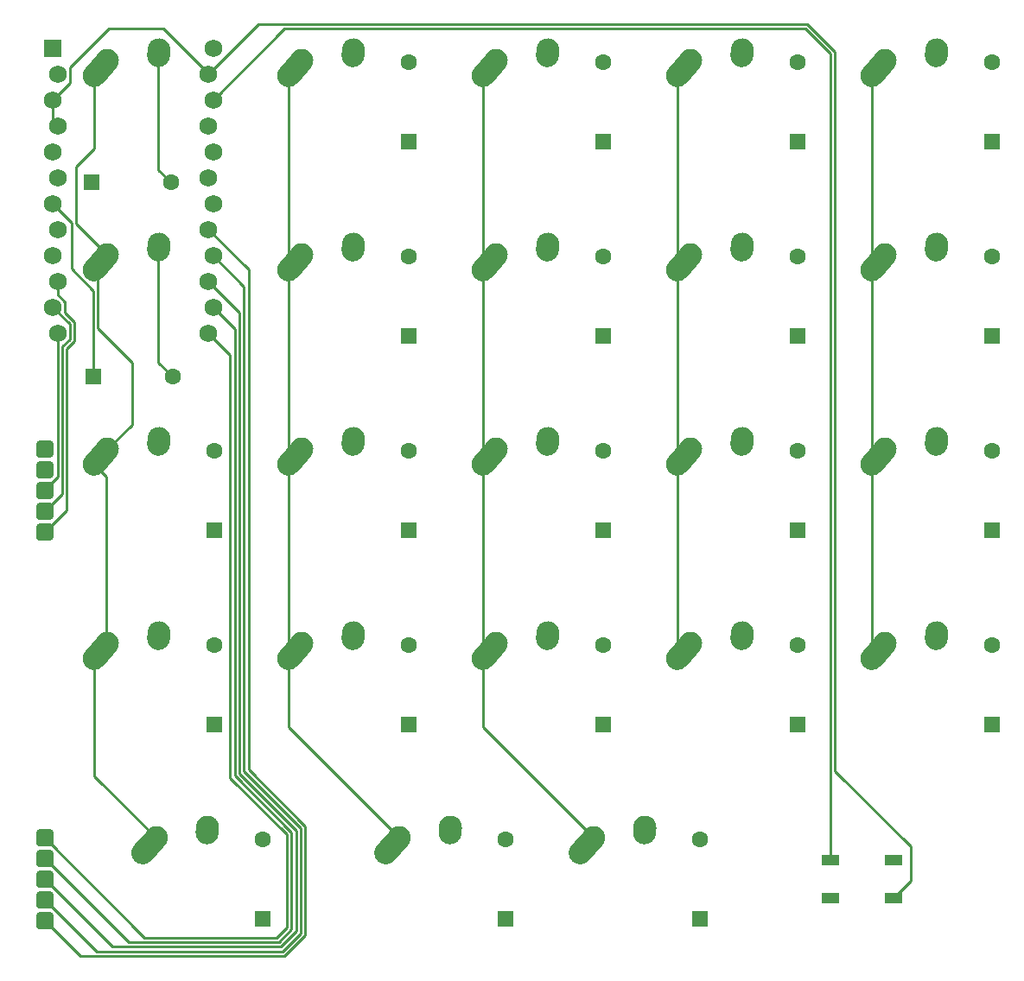
<source format=gtl>
%TF.GenerationSoftware,KiCad,Pcbnew,(5.1.12)-1*%
%TF.CreationDate,2022-01-07T20:18:48-05:00*%
%TF.ProjectId,center-gasket-2,63656e74-6572-42d6-9761-736b65742d32,rev?*%
%TF.SameCoordinates,Original*%
%TF.FileFunction,Copper,L1,Top*%
%TF.FilePolarity,Positive*%
%FSLAX46Y46*%
G04 Gerber Fmt 4.6, Leading zero omitted, Abs format (unit mm)*
G04 Created by KiCad (PCBNEW (5.1.12)-1) date 2022-01-07 20:18:48*
%MOMM*%
%LPD*%
G01*
G04 APERTURE LIST*
%TA.AperFunction,SMDPad,CuDef*%
%ADD10R,1.800000X1.100000*%
%TD*%
%TA.AperFunction,ComponentPad*%
%ADD11C,2.250000*%
%TD*%
%TA.AperFunction,ComponentPad*%
%ADD12C,1.752600*%
%TD*%
%TA.AperFunction,ComponentPad*%
%ADD13R,1.752600X1.752600*%
%TD*%
%TA.AperFunction,ComponentPad*%
%ADD14R,1.600000X1.600000*%
%TD*%
%TA.AperFunction,ComponentPad*%
%ADD15C,1.600000*%
%TD*%
%TA.AperFunction,Conductor*%
%ADD16C,0.254000*%
%TD*%
G04 APERTURE END LIST*
D10*
%TO.P,SW1,4*%
%TO.N,N/C*%
X115018750Y-114831250D03*
%TO.P,SW1,3*%
X108818750Y-118531250D03*
%TO.P,SW1,2*%
%TO.N,GND*%
X115018750Y-118531250D03*
%TO.P,SW1,1*%
%TO.N,Net-(SW1-Pad1)*%
X108818750Y-114831250D03*
%TD*%
%TO.P,MX38,2*%
%TO.N,Net-(D38-Pad2)*%
%TA.AperFunction,ComponentPad*%
G36*
G01*
X90529733Y-113303645D02*
X90528847Y-113303584D01*
G75*
G02*
X89483916Y-112103847I77403J1122334D01*
G01*
X89523916Y-111523847D01*
G75*
G02*
X90723653Y-110478916I1122334J-77403D01*
G01*
X90723653Y-110478916D01*
G75*
G02*
X91768584Y-111678653I-77403J-1122334D01*
G01*
X91728584Y-112258653D01*
G75*
G02*
X90528847Y-113303584I-1122334J77403D01*
G01*
G37*
%TD.AperFunction*%
D11*
X90646250Y-111601250D03*
%TO.P,MX38,1*%
%TO.N,COL7*%
%TA.AperFunction,ComponentPad*%
G36*
G01*
X83544938Y-114978600D02*
X83544933Y-114978595D01*
G75*
G02*
X83458905Y-113389933I751317J837345D01*
G01*
X84768907Y-111929933D01*
G75*
G02*
X86357569Y-111843905I837345J-751317D01*
G01*
X86357569Y-111843905D01*
G75*
G02*
X86443597Y-113432567I-751317J-837345D01*
G01*
X85133595Y-114892567D01*
G75*
G02*
X83544933Y-114978595I-837345J751317D01*
G01*
G37*
%TD.AperFunction*%
X85606250Y-112681250D03*
%TD*%
%TO.P,M2,5*%
%TO.N,COL4*%
%TA.AperFunction,ComponentPad*%
G36*
G01*
X30968950Y-121215150D02*
X30968950Y-120338850D01*
G75*
G02*
X31407100Y-119900700I438150J0D01*
G01*
X32283400Y-119900700D01*
G75*
G02*
X32721550Y-120338850I0J-438150D01*
G01*
X32721550Y-121215150D01*
G75*
G02*
X32283400Y-121653300I-438150J0D01*
G01*
X31407100Y-121653300D01*
G75*
G02*
X30968950Y-121215150I0J438150D01*
G01*
G37*
%TD.AperFunction*%
%TO.P,M2,4*%
%TO.N,COL3*%
%TA.AperFunction,ComponentPad*%
G36*
G01*
X30968950Y-119183150D02*
X30968950Y-118306850D01*
G75*
G02*
X31407100Y-117868700I438150J0D01*
G01*
X32283400Y-117868700D01*
G75*
G02*
X32721550Y-118306850I0J-438150D01*
G01*
X32721550Y-119183150D01*
G75*
G02*
X32283400Y-119621300I-438150J0D01*
G01*
X31407100Y-119621300D01*
G75*
G02*
X30968950Y-119183150I0J438150D01*
G01*
G37*
%TD.AperFunction*%
%TO.P,M2,3*%
%TO.N,COL2*%
%TA.AperFunction,ComponentPad*%
G36*
G01*
X30968950Y-117151150D02*
X30968950Y-116274850D01*
G75*
G02*
X31407100Y-115836700I438150J0D01*
G01*
X32283400Y-115836700D01*
G75*
G02*
X32721550Y-116274850I0J-438150D01*
G01*
X32721550Y-117151150D01*
G75*
G02*
X32283400Y-117589300I-438150J0D01*
G01*
X31407100Y-117589300D01*
G75*
G02*
X30968950Y-117151150I0J438150D01*
G01*
G37*
%TD.AperFunction*%
%TO.P,M2,2*%
%TO.N,COL1*%
%TA.AperFunction,ComponentPad*%
G36*
G01*
X30968950Y-115119150D02*
X30968950Y-114242850D01*
G75*
G02*
X31407100Y-113804700I438150J0D01*
G01*
X32283400Y-113804700D01*
G75*
G02*
X32721550Y-114242850I0J-438150D01*
G01*
X32721550Y-115119150D01*
G75*
G02*
X32283400Y-115557300I-438150J0D01*
G01*
X31407100Y-115557300D01*
G75*
G02*
X30968950Y-115119150I0J438150D01*
G01*
G37*
%TD.AperFunction*%
%TO.P,M2,1*%
%TO.N,COL0*%
%TA.AperFunction,ComponentPad*%
G36*
G01*
X30968950Y-113087150D02*
X30968950Y-112210850D01*
G75*
G02*
X31407100Y-111772700I438150J0D01*
G01*
X32283400Y-111772700D01*
G75*
G02*
X32721550Y-112210850I0J-438150D01*
G01*
X32721550Y-113087150D01*
G75*
G02*
X32283400Y-113525300I-438150J0D01*
G01*
X31407100Y-113525300D01*
G75*
G02*
X30968950Y-113087150I0J438150D01*
G01*
G37*
%TD.AperFunction*%
%TD*%
%TO.P,M1,1*%
%TO.N,ROW0*%
%TA.AperFunction,ComponentPad*%
G36*
G01*
X30968950Y-74987150D02*
X30968950Y-74110850D01*
G75*
G02*
X31407100Y-73672700I438150J0D01*
G01*
X32283400Y-73672700D01*
G75*
G02*
X32721550Y-74110850I0J-438150D01*
G01*
X32721550Y-74987150D01*
G75*
G02*
X32283400Y-75425300I-438150J0D01*
G01*
X31407100Y-75425300D01*
G75*
G02*
X30968950Y-74987150I0J438150D01*
G01*
G37*
%TD.AperFunction*%
%TO.P,M1,2*%
%TO.N,ROW1*%
%TA.AperFunction,ComponentPad*%
G36*
G01*
X30968950Y-77019150D02*
X30968950Y-76142850D01*
G75*
G02*
X31407100Y-75704700I438150J0D01*
G01*
X32283400Y-75704700D01*
G75*
G02*
X32721550Y-76142850I0J-438150D01*
G01*
X32721550Y-77019150D01*
G75*
G02*
X32283400Y-77457300I-438150J0D01*
G01*
X31407100Y-77457300D01*
G75*
G02*
X30968950Y-77019150I0J438150D01*
G01*
G37*
%TD.AperFunction*%
%TO.P,M1,3*%
%TO.N,ROW2*%
%TA.AperFunction,ComponentPad*%
G36*
G01*
X30968950Y-79051150D02*
X30968950Y-78174850D01*
G75*
G02*
X31407100Y-77736700I438150J0D01*
G01*
X32283400Y-77736700D01*
G75*
G02*
X32721550Y-78174850I0J-438150D01*
G01*
X32721550Y-79051150D01*
G75*
G02*
X32283400Y-79489300I-438150J0D01*
G01*
X31407100Y-79489300D01*
G75*
G02*
X30968950Y-79051150I0J438150D01*
G01*
G37*
%TD.AperFunction*%
%TO.P,M1,4*%
%TO.N,ROW3*%
%TA.AperFunction,ComponentPad*%
G36*
G01*
X30968950Y-81083150D02*
X30968950Y-80206850D01*
G75*
G02*
X31407100Y-79768700I438150J0D01*
G01*
X32283400Y-79768700D01*
G75*
G02*
X32721550Y-80206850I0J-438150D01*
G01*
X32721550Y-81083150D01*
G75*
G02*
X32283400Y-81521300I-438150J0D01*
G01*
X31407100Y-81521300D01*
G75*
G02*
X30968950Y-81083150I0J438150D01*
G01*
G37*
%TD.AperFunction*%
%TO.P,M1,5*%
%TO.N,ROW4*%
%TA.AperFunction,ComponentPad*%
G36*
G01*
X30968950Y-83115150D02*
X30968950Y-82238850D01*
G75*
G02*
X31407100Y-81800700I438150J0D01*
G01*
X32283400Y-81800700D01*
G75*
G02*
X32721550Y-82238850I0J-438150D01*
G01*
X32721550Y-83115150D01*
G75*
G02*
X32283400Y-83553300I-438150J0D01*
G01*
X31407100Y-83553300D01*
G75*
G02*
X30968950Y-83115150I0J438150D01*
G01*
G37*
%TD.AperFunction*%
%TD*%
D12*
%TO.P,U1,24*%
%TO.N,Net-(U1-Pad24)*%
X48329850Y-35242500D03*
%TO.P,U1,12*%
%TO.N,ROW2*%
X33089850Y-63182500D03*
%TO.P,U1,23*%
%TO.N,GND*%
X47872650Y-37782500D03*
%TO.P,U1,22*%
%TO.N,Net-(SW1-Pad1)*%
X48329850Y-40322500D03*
%TO.P,U1,21*%
%TO.N,VCC*%
X47872650Y-42862500D03*
%TO.P,U1,20*%
%TO.N,COL8*%
X48329850Y-45402500D03*
%TO.P,U1,19*%
%TO.N,COL7*%
X47872650Y-47942500D03*
%TO.P,U1,18*%
%TO.N,COL6*%
X48329850Y-50482500D03*
%TO.P,U1,17*%
%TO.N,COL4*%
X47872650Y-53022500D03*
%TO.P,U1,16*%
%TO.N,COL3*%
X48329850Y-55562500D03*
%TO.P,U1,15*%
%TO.N,COL2*%
X47872650Y-58102500D03*
%TO.P,U1,14*%
%TO.N,COL1*%
X48329850Y-60642500D03*
%TO.P,U1,13*%
%TO.N,COL0*%
X47872650Y-63182500D03*
%TO.P,U1,11*%
%TO.N,ROW3*%
X32632650Y-60642500D03*
%TO.P,U1,10*%
%TO.N,ROW4*%
X33089850Y-58102500D03*
%TO.P,U1,9*%
%TO.N,Net-(U1-Pad9)*%
X32632650Y-55562500D03*
%TO.P,U1,8*%
%TO.N,COL5*%
X33089850Y-53022500D03*
%TO.P,U1,7*%
%TO.N,ROW1*%
X32632650Y-50482500D03*
%TO.P,U1,6*%
%TO.N,ROW0*%
X33089850Y-47942500D03*
%TO.P,U1,5*%
%TO.N,COL9*%
X32632650Y-45402500D03*
%TO.P,U1,4*%
%TO.N,GND*%
X33089850Y-42862500D03*
%TO.P,U1,3*%
X32632650Y-40322500D03*
%TO.P,U1,2*%
%TO.N,Net-(U1-Pad2)*%
X33089850Y-37782500D03*
D13*
%TO.P,U1,1*%
%TO.N,Net-(U1-Pad1)*%
X32632650Y-35242500D03*
%TD*%
%TO.P,MX25,2*%
%TO.N,Net-(D25-Pad2)*%
%TA.AperFunction,ComponentPad*%
G36*
G01*
X42904733Y-56153645D02*
X42903847Y-56153584D01*
G75*
G02*
X41858916Y-54953847I77403J1122334D01*
G01*
X41898916Y-54373847D01*
G75*
G02*
X43098653Y-53328916I1122334J-77403D01*
G01*
X43098653Y-53328916D01*
G75*
G02*
X44143584Y-54528653I-77403J-1122334D01*
G01*
X44103584Y-55108653D01*
G75*
G02*
X42903847Y-56153584I-1122334J77403D01*
G01*
G37*
%TD.AperFunction*%
D11*
X43021250Y-54451250D03*
%TO.P,MX25,1*%
%TO.N,COL5*%
%TA.AperFunction,ComponentPad*%
G36*
G01*
X35919938Y-57828600D02*
X35919933Y-57828595D01*
G75*
G02*
X35833905Y-56239933I751317J837345D01*
G01*
X37143907Y-54779933D01*
G75*
G02*
X38732569Y-54693905I837345J-751317D01*
G01*
X38732569Y-54693905D01*
G75*
G02*
X38818597Y-56282567I-751317J-837345D01*
G01*
X37508595Y-57742567D01*
G75*
G02*
X35919933Y-57828595I-837345J751317D01*
G01*
G37*
%TD.AperFunction*%
X37981250Y-55531250D03*
%TD*%
%TO.P,MX28,2*%
%TO.N,Net-(D28-Pad2)*%
%TA.AperFunction,ComponentPad*%
G36*
G01*
X47667233Y-113303645D02*
X47666347Y-113303584D01*
G75*
G02*
X46621416Y-112103847I77403J1122334D01*
G01*
X46661416Y-111523847D01*
G75*
G02*
X47861153Y-110478916I1122334J-77403D01*
G01*
X47861153Y-110478916D01*
G75*
G02*
X48906084Y-111678653I-77403J-1122334D01*
G01*
X48866084Y-112258653D01*
G75*
G02*
X47666347Y-113303584I-1122334J77403D01*
G01*
G37*
%TD.AperFunction*%
X47783750Y-111601250D03*
%TO.P,MX28,1*%
%TO.N,COL5*%
%TA.AperFunction,ComponentPad*%
G36*
G01*
X40682438Y-114978600D02*
X40682433Y-114978595D01*
G75*
G02*
X40596405Y-113389933I751317J837345D01*
G01*
X41906407Y-111929933D01*
G75*
G02*
X43495069Y-111843905I837345J-751317D01*
G01*
X43495069Y-111843905D01*
G75*
G02*
X43581097Y-113432567I-751317J-837345D01*
G01*
X42271095Y-114892567D01*
G75*
G02*
X40682433Y-114978595I-837345J751317D01*
G01*
G37*
%TD.AperFunction*%
X42743750Y-112681250D03*
%TD*%
%TO.P,MX46,2*%
%TO.N,Net-(D46-Pad2)*%
%TA.AperFunction,ComponentPad*%
G36*
G01*
X119104733Y-94253645D02*
X119103847Y-94253584D01*
G75*
G02*
X118058916Y-93053847I77403J1122334D01*
G01*
X118098916Y-92473847D01*
G75*
G02*
X119298653Y-91428916I1122334J-77403D01*
G01*
X119298653Y-91428916D01*
G75*
G02*
X120343584Y-92628653I-77403J-1122334D01*
G01*
X120303584Y-93208653D01*
G75*
G02*
X119103847Y-94253584I-1122334J77403D01*
G01*
G37*
%TD.AperFunction*%
X119221250Y-92551250D03*
%TO.P,MX46,1*%
%TO.N,COL9*%
%TA.AperFunction,ComponentPad*%
G36*
G01*
X112119938Y-95928600D02*
X112119933Y-95928595D01*
G75*
G02*
X112033905Y-94339933I751317J837345D01*
G01*
X113343907Y-92879933D01*
G75*
G02*
X114932569Y-92793905I837345J-751317D01*
G01*
X114932569Y-92793905D01*
G75*
G02*
X115018597Y-94382567I-751317J-837345D01*
G01*
X113708595Y-95842567D01*
G75*
G02*
X112119933Y-95928595I-837345J751317D01*
G01*
G37*
%TD.AperFunction*%
X114181250Y-93631250D03*
%TD*%
%TO.P,MX45,2*%
%TO.N,Net-(D45-Pad2)*%
%TA.AperFunction,ComponentPad*%
G36*
G01*
X119104733Y-75203645D02*
X119103847Y-75203584D01*
G75*
G02*
X118058916Y-74003847I77403J1122334D01*
G01*
X118098916Y-73423847D01*
G75*
G02*
X119298653Y-72378916I1122334J-77403D01*
G01*
X119298653Y-72378916D01*
G75*
G02*
X120343584Y-73578653I-77403J-1122334D01*
G01*
X120303584Y-74158653D01*
G75*
G02*
X119103847Y-75203584I-1122334J77403D01*
G01*
G37*
%TD.AperFunction*%
X119221250Y-73501250D03*
%TO.P,MX45,1*%
%TO.N,COL9*%
%TA.AperFunction,ComponentPad*%
G36*
G01*
X112119938Y-76878600D02*
X112119933Y-76878595D01*
G75*
G02*
X112033905Y-75289933I751317J837345D01*
G01*
X113343907Y-73829933D01*
G75*
G02*
X114932569Y-73743905I837345J-751317D01*
G01*
X114932569Y-73743905D01*
G75*
G02*
X115018597Y-75332567I-751317J-837345D01*
G01*
X113708595Y-76792567D01*
G75*
G02*
X112119933Y-76878595I-837345J751317D01*
G01*
G37*
%TD.AperFunction*%
X114181250Y-74581250D03*
%TD*%
%TO.P,MX44,2*%
%TO.N,Net-(D44-Pad2)*%
%TA.AperFunction,ComponentPad*%
G36*
G01*
X119104733Y-56153645D02*
X119103847Y-56153584D01*
G75*
G02*
X118058916Y-54953847I77403J1122334D01*
G01*
X118098916Y-54373847D01*
G75*
G02*
X119298653Y-53328916I1122334J-77403D01*
G01*
X119298653Y-53328916D01*
G75*
G02*
X120343584Y-54528653I-77403J-1122334D01*
G01*
X120303584Y-55108653D01*
G75*
G02*
X119103847Y-56153584I-1122334J77403D01*
G01*
G37*
%TD.AperFunction*%
X119221250Y-54451250D03*
%TO.P,MX44,1*%
%TO.N,COL9*%
%TA.AperFunction,ComponentPad*%
G36*
G01*
X112119938Y-57828600D02*
X112119933Y-57828595D01*
G75*
G02*
X112033905Y-56239933I751317J837345D01*
G01*
X113343907Y-54779933D01*
G75*
G02*
X114932569Y-54693905I837345J-751317D01*
G01*
X114932569Y-54693905D01*
G75*
G02*
X115018597Y-56282567I-751317J-837345D01*
G01*
X113708595Y-57742567D01*
G75*
G02*
X112119933Y-57828595I-837345J751317D01*
G01*
G37*
%TD.AperFunction*%
X114181250Y-55531250D03*
%TD*%
%TO.P,MX43,2*%
%TO.N,Net-(D43-Pad2)*%
%TA.AperFunction,ComponentPad*%
G36*
G01*
X119104733Y-37103645D02*
X119103847Y-37103584D01*
G75*
G02*
X118058916Y-35903847I77403J1122334D01*
G01*
X118098916Y-35323847D01*
G75*
G02*
X119298653Y-34278916I1122334J-77403D01*
G01*
X119298653Y-34278916D01*
G75*
G02*
X120343584Y-35478653I-77403J-1122334D01*
G01*
X120303584Y-36058653D01*
G75*
G02*
X119103847Y-37103584I-1122334J77403D01*
G01*
G37*
%TD.AperFunction*%
X119221250Y-35401250D03*
%TO.P,MX43,1*%
%TO.N,COL9*%
%TA.AperFunction,ComponentPad*%
G36*
G01*
X112119938Y-38778600D02*
X112119933Y-38778595D01*
G75*
G02*
X112033905Y-37189933I751317J837345D01*
G01*
X113343907Y-35729933D01*
G75*
G02*
X114932569Y-35643905I837345J-751317D01*
G01*
X114932569Y-35643905D01*
G75*
G02*
X115018597Y-37232567I-751317J-837345D01*
G01*
X113708595Y-38692567D01*
G75*
G02*
X112119933Y-38778595I-837345J751317D01*
G01*
G37*
%TD.AperFunction*%
X114181250Y-36481250D03*
%TD*%
%TO.P,MX42,2*%
%TO.N,Net-(D42-Pad2)*%
%TA.AperFunction,ComponentPad*%
G36*
G01*
X100054733Y-94253645D02*
X100053847Y-94253584D01*
G75*
G02*
X99008916Y-93053847I77403J1122334D01*
G01*
X99048916Y-92473847D01*
G75*
G02*
X100248653Y-91428916I1122334J-77403D01*
G01*
X100248653Y-91428916D01*
G75*
G02*
X101293584Y-92628653I-77403J-1122334D01*
G01*
X101253584Y-93208653D01*
G75*
G02*
X100053847Y-94253584I-1122334J77403D01*
G01*
G37*
%TD.AperFunction*%
X100171250Y-92551250D03*
%TO.P,MX42,1*%
%TO.N,COL8*%
%TA.AperFunction,ComponentPad*%
G36*
G01*
X93069938Y-95928600D02*
X93069933Y-95928595D01*
G75*
G02*
X92983905Y-94339933I751317J837345D01*
G01*
X94293907Y-92879933D01*
G75*
G02*
X95882569Y-92793905I837345J-751317D01*
G01*
X95882569Y-92793905D01*
G75*
G02*
X95968597Y-94382567I-751317J-837345D01*
G01*
X94658595Y-95842567D01*
G75*
G02*
X93069933Y-95928595I-837345J751317D01*
G01*
G37*
%TD.AperFunction*%
X95131250Y-93631250D03*
%TD*%
%TO.P,MX41,2*%
%TO.N,Net-(D41-Pad2)*%
%TA.AperFunction,ComponentPad*%
G36*
G01*
X100054733Y-75203645D02*
X100053847Y-75203584D01*
G75*
G02*
X99008916Y-74003847I77403J1122334D01*
G01*
X99048916Y-73423847D01*
G75*
G02*
X100248653Y-72378916I1122334J-77403D01*
G01*
X100248653Y-72378916D01*
G75*
G02*
X101293584Y-73578653I-77403J-1122334D01*
G01*
X101253584Y-74158653D01*
G75*
G02*
X100053847Y-75203584I-1122334J77403D01*
G01*
G37*
%TD.AperFunction*%
X100171250Y-73501250D03*
%TO.P,MX41,1*%
%TO.N,COL8*%
%TA.AperFunction,ComponentPad*%
G36*
G01*
X93069938Y-76878600D02*
X93069933Y-76878595D01*
G75*
G02*
X92983905Y-75289933I751317J837345D01*
G01*
X94293907Y-73829933D01*
G75*
G02*
X95882569Y-73743905I837345J-751317D01*
G01*
X95882569Y-73743905D01*
G75*
G02*
X95968597Y-75332567I-751317J-837345D01*
G01*
X94658595Y-76792567D01*
G75*
G02*
X93069933Y-76878595I-837345J751317D01*
G01*
G37*
%TD.AperFunction*%
X95131250Y-74581250D03*
%TD*%
%TO.P,MX40,2*%
%TO.N,Net-(D40-Pad2)*%
%TA.AperFunction,ComponentPad*%
G36*
G01*
X100054733Y-56153645D02*
X100053847Y-56153584D01*
G75*
G02*
X99008916Y-54953847I77403J1122334D01*
G01*
X99048916Y-54373847D01*
G75*
G02*
X100248653Y-53328916I1122334J-77403D01*
G01*
X100248653Y-53328916D01*
G75*
G02*
X101293584Y-54528653I-77403J-1122334D01*
G01*
X101253584Y-55108653D01*
G75*
G02*
X100053847Y-56153584I-1122334J77403D01*
G01*
G37*
%TD.AperFunction*%
X100171250Y-54451250D03*
%TO.P,MX40,1*%
%TO.N,COL8*%
%TA.AperFunction,ComponentPad*%
G36*
G01*
X93069938Y-57828600D02*
X93069933Y-57828595D01*
G75*
G02*
X92983905Y-56239933I751317J837345D01*
G01*
X94293907Y-54779933D01*
G75*
G02*
X95882569Y-54693905I837345J-751317D01*
G01*
X95882569Y-54693905D01*
G75*
G02*
X95968597Y-56282567I-751317J-837345D01*
G01*
X94658595Y-57742567D01*
G75*
G02*
X93069933Y-57828595I-837345J751317D01*
G01*
G37*
%TD.AperFunction*%
X95131250Y-55531250D03*
%TD*%
%TO.P,MX39,2*%
%TO.N,Net-(D39-Pad2)*%
%TA.AperFunction,ComponentPad*%
G36*
G01*
X100054733Y-37103645D02*
X100053847Y-37103584D01*
G75*
G02*
X99008916Y-35903847I77403J1122334D01*
G01*
X99048916Y-35323847D01*
G75*
G02*
X100248653Y-34278916I1122334J-77403D01*
G01*
X100248653Y-34278916D01*
G75*
G02*
X101293584Y-35478653I-77403J-1122334D01*
G01*
X101253584Y-36058653D01*
G75*
G02*
X100053847Y-37103584I-1122334J77403D01*
G01*
G37*
%TD.AperFunction*%
X100171250Y-35401250D03*
%TO.P,MX39,1*%
%TO.N,COL8*%
%TA.AperFunction,ComponentPad*%
G36*
G01*
X93069938Y-38778600D02*
X93069933Y-38778595D01*
G75*
G02*
X92983905Y-37189933I751317J837345D01*
G01*
X94293907Y-35729933D01*
G75*
G02*
X95882569Y-35643905I837345J-751317D01*
G01*
X95882569Y-35643905D01*
G75*
G02*
X95968597Y-37232567I-751317J-837345D01*
G01*
X94658595Y-38692567D01*
G75*
G02*
X93069933Y-38778595I-837345J751317D01*
G01*
G37*
%TD.AperFunction*%
X95131250Y-36481250D03*
%TD*%
%TO.P,MX37,2*%
%TO.N,Net-(D37-Pad2)*%
%TA.AperFunction,ComponentPad*%
G36*
G01*
X81004733Y-94253645D02*
X81003847Y-94253584D01*
G75*
G02*
X79958916Y-93053847I77403J1122334D01*
G01*
X79998916Y-92473847D01*
G75*
G02*
X81198653Y-91428916I1122334J-77403D01*
G01*
X81198653Y-91428916D01*
G75*
G02*
X82243584Y-92628653I-77403J-1122334D01*
G01*
X82203584Y-93208653D01*
G75*
G02*
X81003847Y-94253584I-1122334J77403D01*
G01*
G37*
%TD.AperFunction*%
X81121250Y-92551250D03*
%TO.P,MX37,1*%
%TO.N,COL7*%
%TA.AperFunction,ComponentPad*%
G36*
G01*
X74019938Y-95928600D02*
X74019933Y-95928595D01*
G75*
G02*
X73933905Y-94339933I751317J837345D01*
G01*
X75243907Y-92879933D01*
G75*
G02*
X76832569Y-92793905I837345J-751317D01*
G01*
X76832569Y-92793905D01*
G75*
G02*
X76918597Y-94382567I-751317J-837345D01*
G01*
X75608595Y-95842567D01*
G75*
G02*
X74019933Y-95928595I-837345J751317D01*
G01*
G37*
%TD.AperFunction*%
X76081250Y-93631250D03*
%TD*%
%TO.P,MX36,2*%
%TO.N,Net-(D36-Pad2)*%
%TA.AperFunction,ComponentPad*%
G36*
G01*
X81004733Y-75203645D02*
X81003847Y-75203584D01*
G75*
G02*
X79958916Y-74003847I77403J1122334D01*
G01*
X79998916Y-73423847D01*
G75*
G02*
X81198653Y-72378916I1122334J-77403D01*
G01*
X81198653Y-72378916D01*
G75*
G02*
X82243584Y-73578653I-77403J-1122334D01*
G01*
X82203584Y-74158653D01*
G75*
G02*
X81003847Y-75203584I-1122334J77403D01*
G01*
G37*
%TD.AperFunction*%
X81121250Y-73501250D03*
%TO.P,MX36,1*%
%TO.N,COL7*%
%TA.AperFunction,ComponentPad*%
G36*
G01*
X74019938Y-76878600D02*
X74019933Y-76878595D01*
G75*
G02*
X73933905Y-75289933I751317J837345D01*
G01*
X75243907Y-73829933D01*
G75*
G02*
X76832569Y-73743905I837345J-751317D01*
G01*
X76832569Y-73743905D01*
G75*
G02*
X76918597Y-75332567I-751317J-837345D01*
G01*
X75608595Y-76792567D01*
G75*
G02*
X74019933Y-76878595I-837345J751317D01*
G01*
G37*
%TD.AperFunction*%
X76081250Y-74581250D03*
%TD*%
%TO.P,MX35,2*%
%TO.N,Net-(D35-Pad2)*%
%TA.AperFunction,ComponentPad*%
G36*
G01*
X81004733Y-56153645D02*
X81003847Y-56153584D01*
G75*
G02*
X79958916Y-54953847I77403J1122334D01*
G01*
X79998916Y-54373847D01*
G75*
G02*
X81198653Y-53328916I1122334J-77403D01*
G01*
X81198653Y-53328916D01*
G75*
G02*
X82243584Y-54528653I-77403J-1122334D01*
G01*
X82203584Y-55108653D01*
G75*
G02*
X81003847Y-56153584I-1122334J77403D01*
G01*
G37*
%TD.AperFunction*%
X81121250Y-54451250D03*
%TO.P,MX35,1*%
%TO.N,COL7*%
%TA.AperFunction,ComponentPad*%
G36*
G01*
X74019938Y-57828600D02*
X74019933Y-57828595D01*
G75*
G02*
X73933905Y-56239933I751317J837345D01*
G01*
X75243907Y-54779933D01*
G75*
G02*
X76832569Y-54693905I837345J-751317D01*
G01*
X76832569Y-54693905D01*
G75*
G02*
X76918597Y-56282567I-751317J-837345D01*
G01*
X75608595Y-57742567D01*
G75*
G02*
X74019933Y-57828595I-837345J751317D01*
G01*
G37*
%TD.AperFunction*%
X76081250Y-55531250D03*
%TD*%
%TO.P,MX34,2*%
%TO.N,Net-(D34-Pad2)*%
%TA.AperFunction,ComponentPad*%
G36*
G01*
X81004733Y-37103645D02*
X81003847Y-37103584D01*
G75*
G02*
X79958916Y-35903847I77403J1122334D01*
G01*
X79998916Y-35323847D01*
G75*
G02*
X81198653Y-34278916I1122334J-77403D01*
G01*
X81198653Y-34278916D01*
G75*
G02*
X82243584Y-35478653I-77403J-1122334D01*
G01*
X82203584Y-36058653D01*
G75*
G02*
X81003847Y-37103584I-1122334J77403D01*
G01*
G37*
%TD.AperFunction*%
X81121250Y-35401250D03*
%TO.P,MX34,1*%
%TO.N,COL7*%
%TA.AperFunction,ComponentPad*%
G36*
G01*
X74019938Y-38778600D02*
X74019933Y-38778595D01*
G75*
G02*
X73933905Y-37189933I751317J837345D01*
G01*
X75243907Y-35729933D01*
G75*
G02*
X76832569Y-35643905I837345J-751317D01*
G01*
X76832569Y-35643905D01*
G75*
G02*
X76918597Y-37232567I-751317J-837345D01*
G01*
X75608595Y-38692567D01*
G75*
G02*
X74019933Y-38778595I-837345J751317D01*
G01*
G37*
%TD.AperFunction*%
X76081250Y-36481250D03*
%TD*%
%TO.P,MX33,2*%
%TO.N,Net-(D33-Pad2)*%
%TA.AperFunction,ComponentPad*%
G36*
G01*
X71479733Y-113303645D02*
X71478847Y-113303584D01*
G75*
G02*
X70433916Y-112103847I77403J1122334D01*
G01*
X70473916Y-111523847D01*
G75*
G02*
X71673653Y-110478916I1122334J-77403D01*
G01*
X71673653Y-110478916D01*
G75*
G02*
X72718584Y-111678653I-77403J-1122334D01*
G01*
X72678584Y-112258653D01*
G75*
G02*
X71478847Y-113303584I-1122334J77403D01*
G01*
G37*
%TD.AperFunction*%
X71596250Y-111601250D03*
%TO.P,MX33,1*%
%TO.N,COL6*%
%TA.AperFunction,ComponentPad*%
G36*
G01*
X64494938Y-114978600D02*
X64494933Y-114978595D01*
G75*
G02*
X64408905Y-113389933I751317J837345D01*
G01*
X65718907Y-111929933D01*
G75*
G02*
X67307569Y-111843905I837345J-751317D01*
G01*
X67307569Y-111843905D01*
G75*
G02*
X67393597Y-113432567I-751317J-837345D01*
G01*
X66083595Y-114892567D01*
G75*
G02*
X64494933Y-114978595I-837345J751317D01*
G01*
G37*
%TD.AperFunction*%
X66556250Y-112681250D03*
%TD*%
%TO.P,MX32,2*%
%TO.N,Net-(D32-Pad2)*%
%TA.AperFunction,ComponentPad*%
G36*
G01*
X61954733Y-94253645D02*
X61953847Y-94253584D01*
G75*
G02*
X60908916Y-93053847I77403J1122334D01*
G01*
X60948916Y-92473847D01*
G75*
G02*
X62148653Y-91428916I1122334J-77403D01*
G01*
X62148653Y-91428916D01*
G75*
G02*
X63193584Y-92628653I-77403J-1122334D01*
G01*
X63153584Y-93208653D01*
G75*
G02*
X61953847Y-94253584I-1122334J77403D01*
G01*
G37*
%TD.AperFunction*%
X62071250Y-92551250D03*
%TO.P,MX32,1*%
%TO.N,COL6*%
%TA.AperFunction,ComponentPad*%
G36*
G01*
X54969938Y-95928600D02*
X54969933Y-95928595D01*
G75*
G02*
X54883905Y-94339933I751317J837345D01*
G01*
X56193907Y-92879933D01*
G75*
G02*
X57782569Y-92793905I837345J-751317D01*
G01*
X57782569Y-92793905D01*
G75*
G02*
X57868597Y-94382567I-751317J-837345D01*
G01*
X56558595Y-95842567D01*
G75*
G02*
X54969933Y-95928595I-837345J751317D01*
G01*
G37*
%TD.AperFunction*%
X57031250Y-93631250D03*
%TD*%
%TO.P,MX31,2*%
%TO.N,Net-(D31-Pad2)*%
%TA.AperFunction,ComponentPad*%
G36*
G01*
X61954733Y-75203645D02*
X61953847Y-75203584D01*
G75*
G02*
X60908916Y-74003847I77403J1122334D01*
G01*
X60948916Y-73423847D01*
G75*
G02*
X62148653Y-72378916I1122334J-77403D01*
G01*
X62148653Y-72378916D01*
G75*
G02*
X63193584Y-73578653I-77403J-1122334D01*
G01*
X63153584Y-74158653D01*
G75*
G02*
X61953847Y-75203584I-1122334J77403D01*
G01*
G37*
%TD.AperFunction*%
X62071250Y-73501250D03*
%TO.P,MX31,1*%
%TO.N,COL6*%
%TA.AperFunction,ComponentPad*%
G36*
G01*
X54969938Y-76878600D02*
X54969933Y-76878595D01*
G75*
G02*
X54883905Y-75289933I751317J837345D01*
G01*
X56193907Y-73829933D01*
G75*
G02*
X57782569Y-73743905I837345J-751317D01*
G01*
X57782569Y-73743905D01*
G75*
G02*
X57868597Y-75332567I-751317J-837345D01*
G01*
X56558595Y-76792567D01*
G75*
G02*
X54969933Y-76878595I-837345J751317D01*
G01*
G37*
%TD.AperFunction*%
X57031250Y-74581250D03*
%TD*%
%TO.P,MX30,2*%
%TO.N,Net-(D30-Pad2)*%
%TA.AperFunction,ComponentPad*%
G36*
G01*
X61954733Y-56153645D02*
X61953847Y-56153584D01*
G75*
G02*
X60908916Y-54953847I77403J1122334D01*
G01*
X60948916Y-54373847D01*
G75*
G02*
X62148653Y-53328916I1122334J-77403D01*
G01*
X62148653Y-53328916D01*
G75*
G02*
X63193584Y-54528653I-77403J-1122334D01*
G01*
X63153584Y-55108653D01*
G75*
G02*
X61953847Y-56153584I-1122334J77403D01*
G01*
G37*
%TD.AperFunction*%
X62071250Y-54451250D03*
%TO.P,MX30,1*%
%TO.N,COL6*%
%TA.AperFunction,ComponentPad*%
G36*
G01*
X54969938Y-57828600D02*
X54969933Y-57828595D01*
G75*
G02*
X54883905Y-56239933I751317J837345D01*
G01*
X56193907Y-54779933D01*
G75*
G02*
X57782569Y-54693905I837345J-751317D01*
G01*
X57782569Y-54693905D01*
G75*
G02*
X57868597Y-56282567I-751317J-837345D01*
G01*
X56558595Y-57742567D01*
G75*
G02*
X54969933Y-57828595I-837345J751317D01*
G01*
G37*
%TD.AperFunction*%
X57031250Y-55531250D03*
%TD*%
%TO.P,MX29,2*%
%TO.N,Net-(D29-Pad2)*%
%TA.AperFunction,ComponentPad*%
G36*
G01*
X61954733Y-37103645D02*
X61953847Y-37103584D01*
G75*
G02*
X60908916Y-35903847I77403J1122334D01*
G01*
X60948916Y-35323847D01*
G75*
G02*
X62148653Y-34278916I1122334J-77403D01*
G01*
X62148653Y-34278916D01*
G75*
G02*
X63193584Y-35478653I-77403J-1122334D01*
G01*
X63153584Y-36058653D01*
G75*
G02*
X61953847Y-37103584I-1122334J77403D01*
G01*
G37*
%TD.AperFunction*%
X62071250Y-35401250D03*
%TO.P,MX29,1*%
%TO.N,COL6*%
%TA.AperFunction,ComponentPad*%
G36*
G01*
X54969938Y-38778600D02*
X54969933Y-38778595D01*
G75*
G02*
X54883905Y-37189933I751317J837345D01*
G01*
X56193907Y-35729933D01*
G75*
G02*
X57782569Y-35643905I837345J-751317D01*
G01*
X57782569Y-35643905D01*
G75*
G02*
X57868597Y-37232567I-751317J-837345D01*
G01*
X56558595Y-38692567D01*
G75*
G02*
X54969933Y-38778595I-837345J751317D01*
G01*
G37*
%TD.AperFunction*%
X57031250Y-36481250D03*
%TD*%
%TO.P,MX27,2*%
%TO.N,Net-(D27-Pad2)*%
%TA.AperFunction,ComponentPad*%
G36*
G01*
X42904733Y-94253645D02*
X42903847Y-94253584D01*
G75*
G02*
X41858916Y-93053847I77403J1122334D01*
G01*
X41898916Y-92473847D01*
G75*
G02*
X43098653Y-91428916I1122334J-77403D01*
G01*
X43098653Y-91428916D01*
G75*
G02*
X44143584Y-92628653I-77403J-1122334D01*
G01*
X44103584Y-93208653D01*
G75*
G02*
X42903847Y-94253584I-1122334J77403D01*
G01*
G37*
%TD.AperFunction*%
X43021250Y-92551250D03*
%TO.P,MX27,1*%
%TO.N,COL5*%
%TA.AperFunction,ComponentPad*%
G36*
G01*
X35919938Y-95928600D02*
X35919933Y-95928595D01*
G75*
G02*
X35833905Y-94339933I751317J837345D01*
G01*
X37143907Y-92879933D01*
G75*
G02*
X38732569Y-92793905I837345J-751317D01*
G01*
X38732569Y-92793905D01*
G75*
G02*
X38818597Y-94382567I-751317J-837345D01*
G01*
X37508595Y-95842567D01*
G75*
G02*
X35919933Y-95928595I-837345J751317D01*
G01*
G37*
%TD.AperFunction*%
X37981250Y-93631250D03*
%TD*%
%TO.P,MX26,2*%
%TO.N,Net-(D26-Pad2)*%
%TA.AperFunction,ComponentPad*%
G36*
G01*
X42904733Y-75203645D02*
X42903847Y-75203584D01*
G75*
G02*
X41858916Y-74003847I77403J1122334D01*
G01*
X41898916Y-73423847D01*
G75*
G02*
X43098653Y-72378916I1122334J-77403D01*
G01*
X43098653Y-72378916D01*
G75*
G02*
X44143584Y-73578653I-77403J-1122334D01*
G01*
X44103584Y-74158653D01*
G75*
G02*
X42903847Y-75203584I-1122334J77403D01*
G01*
G37*
%TD.AperFunction*%
X43021250Y-73501250D03*
%TO.P,MX26,1*%
%TO.N,COL5*%
%TA.AperFunction,ComponentPad*%
G36*
G01*
X35919938Y-76878600D02*
X35919933Y-76878595D01*
G75*
G02*
X35833905Y-75289933I751317J837345D01*
G01*
X37143907Y-73829933D01*
G75*
G02*
X38732569Y-73743905I837345J-751317D01*
G01*
X38732569Y-73743905D01*
G75*
G02*
X38818597Y-75332567I-751317J-837345D01*
G01*
X37508595Y-76792567D01*
G75*
G02*
X35919933Y-76878595I-837345J751317D01*
G01*
G37*
%TD.AperFunction*%
X37981250Y-74581250D03*
%TD*%
%TO.P,MX24,2*%
%TO.N,Net-(D24-Pad2)*%
%TA.AperFunction,ComponentPad*%
G36*
G01*
X42904733Y-37103645D02*
X42903847Y-37103584D01*
G75*
G02*
X41858916Y-35903847I77403J1122334D01*
G01*
X41898916Y-35323847D01*
G75*
G02*
X43098653Y-34278916I1122334J-77403D01*
G01*
X43098653Y-34278916D01*
G75*
G02*
X44143584Y-35478653I-77403J-1122334D01*
G01*
X44103584Y-36058653D01*
G75*
G02*
X42903847Y-37103584I-1122334J77403D01*
G01*
G37*
%TD.AperFunction*%
X43021250Y-35401250D03*
%TO.P,MX24,1*%
%TO.N,COL5*%
%TA.AperFunction,ComponentPad*%
G36*
G01*
X35919938Y-38778600D02*
X35919933Y-38778595D01*
G75*
G02*
X35833905Y-37189933I751317J837345D01*
G01*
X37143907Y-35729933D01*
G75*
G02*
X38732569Y-35643905I837345J-751317D01*
G01*
X38732569Y-35643905D01*
G75*
G02*
X38818597Y-37232567I-751317J-837345D01*
G01*
X37508595Y-38692567D01*
G75*
G02*
X35919933Y-38778595I-837345J751317D01*
G01*
G37*
%TD.AperFunction*%
X37981250Y-36481250D03*
%TD*%
D14*
%TO.P,D46,1*%
%TO.N,ROW3*%
X124618750Y-101531250D03*
D15*
%TO.P,D46,2*%
%TO.N,Net-(D46-Pad2)*%
X124618750Y-93731250D03*
%TD*%
D14*
%TO.P,D45,1*%
%TO.N,ROW2*%
X124618750Y-82481250D03*
D15*
%TO.P,D45,2*%
%TO.N,Net-(D45-Pad2)*%
X124618750Y-74681250D03*
%TD*%
D14*
%TO.P,D44,1*%
%TO.N,ROW1*%
X124618750Y-63431250D03*
D15*
%TO.P,D44,2*%
%TO.N,Net-(D44-Pad2)*%
X124618750Y-55631250D03*
%TD*%
D14*
%TO.P,D43,1*%
%TO.N,ROW0*%
X124618750Y-44381250D03*
D15*
%TO.P,D43,2*%
%TO.N,Net-(D43-Pad2)*%
X124618750Y-36581250D03*
%TD*%
D14*
%TO.P,D42,1*%
%TO.N,ROW3*%
X105568750Y-101528250D03*
D15*
%TO.P,D42,2*%
%TO.N,Net-(D42-Pad2)*%
X105568750Y-93728250D03*
%TD*%
D14*
%TO.P,D41,1*%
%TO.N,ROW2*%
X105568750Y-82481250D03*
D15*
%TO.P,D41,2*%
%TO.N,Net-(D41-Pad2)*%
X105568750Y-74681250D03*
%TD*%
D14*
%TO.P,D40,1*%
%TO.N,ROW1*%
X105568750Y-63431250D03*
D15*
%TO.P,D40,2*%
%TO.N,Net-(D40-Pad2)*%
X105568750Y-55631250D03*
%TD*%
D14*
%TO.P,D39,1*%
%TO.N,ROW0*%
X105568750Y-44381250D03*
D15*
%TO.P,D39,2*%
%TO.N,Net-(D39-Pad2)*%
X105568750Y-36581250D03*
%TD*%
D14*
%TO.P,D38,1*%
%TO.N,ROW4*%
X96043750Y-120581250D03*
D15*
%TO.P,D38,2*%
%TO.N,Net-(D38-Pad2)*%
X96043750Y-112781250D03*
%TD*%
D14*
%TO.P,D37,1*%
%TO.N,ROW3*%
X86518750Y-101531250D03*
D15*
%TO.P,D37,2*%
%TO.N,Net-(D37-Pad2)*%
X86518750Y-93731250D03*
%TD*%
D14*
%TO.P,D36,1*%
%TO.N,ROW2*%
X86518750Y-82481250D03*
D15*
%TO.P,D36,2*%
%TO.N,Net-(D36-Pad2)*%
X86518750Y-74681250D03*
%TD*%
D14*
%TO.P,D35,1*%
%TO.N,ROW1*%
X86518750Y-63431250D03*
D15*
%TO.P,D35,2*%
%TO.N,Net-(D35-Pad2)*%
X86518750Y-55631250D03*
%TD*%
D14*
%TO.P,D34,1*%
%TO.N,ROW0*%
X86518750Y-44381250D03*
D15*
%TO.P,D34,2*%
%TO.N,Net-(D34-Pad2)*%
X86518750Y-36581250D03*
%TD*%
D14*
%TO.P,D33,1*%
%TO.N,ROW4*%
X76993750Y-120581250D03*
D15*
%TO.P,D33,2*%
%TO.N,Net-(D33-Pad2)*%
X76993750Y-112781250D03*
%TD*%
D14*
%TO.P,D32,1*%
%TO.N,ROW3*%
X67468750Y-101531250D03*
D15*
%TO.P,D32,2*%
%TO.N,Net-(D32-Pad2)*%
X67468750Y-93731250D03*
%TD*%
D14*
%TO.P,D31,1*%
%TO.N,ROW2*%
X67468750Y-82481250D03*
D15*
%TO.P,D31,2*%
%TO.N,Net-(D31-Pad2)*%
X67468750Y-74681250D03*
%TD*%
D14*
%TO.P,D30,1*%
%TO.N,ROW1*%
X67468750Y-63431250D03*
D15*
%TO.P,D30,2*%
%TO.N,Net-(D30-Pad2)*%
X67468750Y-55631250D03*
%TD*%
D14*
%TO.P,D29,1*%
%TO.N,ROW0*%
X67468750Y-44381250D03*
D15*
%TO.P,D29,2*%
%TO.N,Net-(D29-Pad2)*%
X67468750Y-36581250D03*
%TD*%
D14*
%TO.P,D28,1*%
%TO.N,ROW4*%
X53181250Y-120581250D03*
D15*
%TO.P,D28,2*%
%TO.N,Net-(D28-Pad2)*%
X53181250Y-112781250D03*
%TD*%
D14*
%TO.P,D27,1*%
%TO.N,ROW3*%
X48418750Y-101531250D03*
D15*
%TO.P,D27,2*%
%TO.N,Net-(D27-Pad2)*%
X48418750Y-93731250D03*
%TD*%
D14*
%TO.P,D26,1*%
%TO.N,ROW2*%
X48418750Y-82481250D03*
D15*
%TO.P,D26,2*%
%TO.N,Net-(D26-Pad2)*%
X48418750Y-74681250D03*
%TD*%
D14*
%TO.P,D25,1*%
%TO.N,ROW1*%
X36581250Y-67468750D03*
D15*
%TO.P,D25,2*%
%TO.N,Net-(D25-Pad2)*%
X44381250Y-67468750D03*
%TD*%
D14*
%TO.P,D24,1*%
%TO.N,ROW0*%
X36393750Y-48418750D03*
D15*
%TO.P,D24,2*%
%TO.N,Net-(D24-Pad2)*%
X44193750Y-48418750D03*
%TD*%
D16*
%TO.N,ROW1*%
X36603251Y-59019690D02*
X34470990Y-56887429D01*
X36603251Y-67446749D02*
X36603251Y-59019690D01*
X36581250Y-67468750D02*
X36603251Y-67446749D01*
X34470990Y-52320840D02*
X32632650Y-50482500D01*
X34470990Y-56887429D02*
X34470990Y-52320840D01*
%TO.N,ROW2*%
X48418750Y-82481250D02*
X48418750Y-82454750D01*
X31845250Y-78539402D02*
X33089850Y-77294802D01*
X31845250Y-78613000D02*
X31845250Y-78539402D01*
X33089850Y-77294802D02*
X33089850Y-63182500D01*
%TO.N,ROW3*%
X48418750Y-101531250D02*
X48418750Y-101504750D01*
X34293151Y-62303001D02*
X32632650Y-60642500D01*
X34293151Y-63760085D02*
X34293151Y-62303001D01*
X33543860Y-64509376D02*
X34293151Y-63760085D01*
X33543860Y-78946390D02*
X33543860Y-64509376D01*
X31845250Y-80645000D02*
X33543860Y-78946390D01*
%TO.N,ROW4*%
X53181250Y-120581250D02*
X53144250Y-120581250D01*
X33089850Y-59378850D02*
X33089850Y-58102500D01*
X33835951Y-60124951D02*
X33089850Y-59378850D01*
X33835951Y-61203735D02*
X33835951Y-60124951D01*
X34747161Y-62114944D02*
X33835951Y-61203735D01*
X34747161Y-63948142D02*
X34747161Y-62114944D01*
X33997870Y-64697432D02*
X34747161Y-63948142D01*
X33997870Y-80524380D02*
X33997870Y-64697432D01*
X31845250Y-82677000D02*
X33997870Y-80524380D01*
%TO.N,Net-(D24-Pad2)*%
X42981250Y-47206250D02*
X44193750Y-48418750D01*
X42981250Y-35981250D02*
X42981250Y-47206250D01*
%TO.N,Net-(D25-Pad2)*%
X42981250Y-66068750D02*
X44381250Y-67468750D01*
X42981250Y-55031250D02*
X42981250Y-66068750D01*
%TO.N,COL5*%
X36671250Y-106608750D02*
X42743750Y-112681250D01*
X36671250Y-95091250D02*
X36671250Y-106608750D01*
X36671250Y-37941250D02*
X36671250Y-45085000D01*
X36671250Y-45085000D02*
X34925000Y-46831250D01*
X34925000Y-52475000D02*
X37981250Y-55531250D01*
X34925000Y-46831250D02*
X34925000Y-52475000D01*
X36671250Y-76041250D02*
X37846000Y-77216000D01*
X37846000Y-93496000D02*
X37981250Y-93631250D01*
X37846000Y-77216000D02*
X37846000Y-93496000D01*
X37057261Y-57377261D02*
X37057261Y-62711261D01*
X36671250Y-56991250D02*
X37057261Y-57377261D01*
X37057261Y-62711261D02*
X40386000Y-66040000D01*
X40386000Y-72176500D02*
X37981250Y-74581250D01*
X40386000Y-66040000D02*
X40386000Y-72176500D01*
%TO.N,COL6*%
X55721250Y-95091250D02*
X55721250Y-101846250D01*
X55721250Y-101846250D02*
X66556250Y-112681250D01*
X55721250Y-37941250D02*
X55721250Y-40322500D01*
X55721250Y-56991250D02*
X55721250Y-76041250D01*
X55721250Y-76041250D02*
X55721250Y-95091250D01*
X55721250Y-41497250D02*
X55721250Y-56991250D01*
X55721250Y-40322500D02*
X55721250Y-41497250D01*
%TO.N,COL7*%
X74771250Y-101846250D02*
X85606250Y-112681250D01*
X74771250Y-95091250D02*
X74771250Y-101846250D01*
X74771250Y-37941250D02*
X74771250Y-56991250D01*
X74771250Y-56991250D02*
X74771250Y-76041250D01*
X74771250Y-76041250D02*
X74771250Y-95091250D01*
%TO.N,COL8*%
X93821250Y-76041250D02*
X93821250Y-95091250D01*
X93821250Y-37941250D02*
X93821250Y-76041250D01*
%TO.N,COL9*%
X112871250Y-76041250D02*
X112871250Y-95091250D01*
X112871250Y-56991250D02*
X112871250Y-76041250D01*
X112871250Y-37941250D02*
X112871250Y-56991250D01*
%TO.N,COL4*%
X51822289Y-56972139D02*
X47872650Y-53022500D01*
X51822289Y-105948973D02*
X51822289Y-56972139D01*
X57378538Y-111505221D02*
X51822289Y-105948973D01*
X57378538Y-122195977D02*
X57378538Y-111505221D01*
X55295505Y-124279010D02*
X57378538Y-122195977D01*
X35347260Y-124279010D02*
X55295505Y-124279010D01*
X31845250Y-120777000D02*
X35347260Y-124279010D01*
%TO.N,COL3*%
X51368279Y-58600929D02*
X48329850Y-55562500D01*
X51368279Y-106137029D02*
X51368279Y-58600929D01*
X56924528Y-111693278D02*
X51368279Y-106137029D01*
X56924528Y-122007920D02*
X56924528Y-111693278D01*
X55107448Y-123825000D02*
X56924528Y-122007920D01*
X36925250Y-123825000D02*
X55107448Y-123825000D01*
X31845250Y-118745000D02*
X36925250Y-123825000D01*
%TO.N,COL2*%
X50914269Y-106399135D02*
X50914269Y-61144119D01*
X56470519Y-111955385D02*
X50914269Y-106399135D01*
X56470520Y-121819863D02*
X56470519Y-111955385D01*
X54954365Y-123336020D02*
X56470520Y-121819863D01*
X38468270Y-123336020D02*
X54954365Y-123336020D01*
X50914269Y-61144119D02*
X47872650Y-58102500D01*
X31845250Y-116713000D02*
X38468270Y-123336020D01*
%TO.N,COL1*%
X50460261Y-62772911D02*
X48329850Y-60642500D01*
X50460261Y-106587193D02*
X50460261Y-62772911D01*
X56016510Y-112143442D02*
X50460261Y-106587193D01*
X56016511Y-121631807D02*
X56016510Y-112143442D01*
X54766308Y-122882010D02*
X56016511Y-121631807D01*
X40046260Y-122882010D02*
X54766308Y-122882010D01*
X31845250Y-114681000D02*
X40046260Y-122882010D01*
%TO.N,COL0*%
X31845250Y-112649000D02*
X41624250Y-122428000D01*
X41624250Y-122428000D02*
X54578252Y-122428000D01*
X54578252Y-122428000D02*
X55562502Y-121443751D01*
X55562502Y-121443751D02*
X55562502Y-112331500D01*
X55562502Y-112331500D02*
X50006251Y-106775250D01*
X50006251Y-65316101D02*
X47872650Y-63182500D01*
X50006251Y-106775250D02*
X50006251Y-65316101D01*
%TO.N,GND*%
X32632650Y-42405300D02*
X33089850Y-42862500D01*
X32632650Y-40322500D02*
X32632650Y-42405300D01*
X34293151Y-38661999D02*
X34293151Y-37144349D01*
X32632650Y-40322500D02*
X34293151Y-38661999D01*
X34293151Y-37144349D02*
X38100000Y-33337500D01*
X38100000Y-33337500D02*
X43497500Y-33337500D01*
X47872650Y-37712650D02*
X47872650Y-37782500D01*
X43497500Y-33337500D02*
X47872650Y-37712650D01*
X115018750Y-118531250D02*
X116681250Y-116868750D01*
X116681250Y-116868750D02*
X116681250Y-113506250D01*
X116681250Y-113506250D02*
X109272760Y-106097760D01*
X109272760Y-35605693D02*
X106550557Y-32883490D01*
X109272760Y-106097760D02*
X109272760Y-35605693D01*
X52771660Y-32883490D02*
X47872650Y-37782500D01*
X106550557Y-32883490D02*
X52771660Y-32883490D01*
%TO.N,Net-(SW1-Pad1)*%
X108818750Y-114831250D02*
X108818750Y-35793750D01*
X108818750Y-35793750D02*
X106362500Y-33337500D01*
X55314850Y-33337500D02*
X48329850Y-40322500D01*
X106362500Y-33337500D02*
X55314850Y-33337500D01*
%TD*%
M02*

</source>
